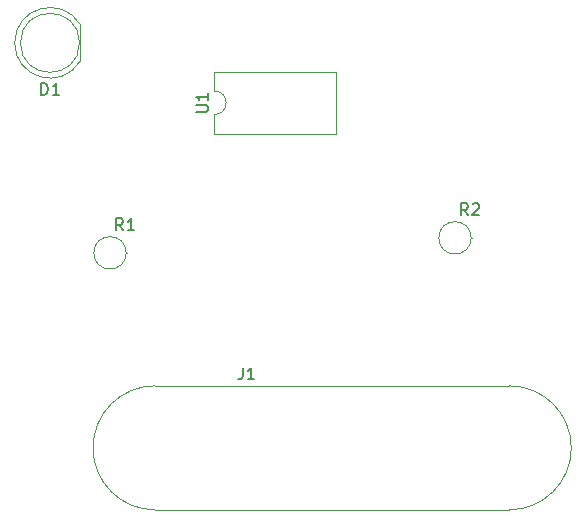
<source format=gbr>
%TF.GenerationSoftware,KiCad,Pcbnew,5.1.6-c6e7f7d~87~ubuntu18.04.1*%
%TF.CreationDate,2020-08-19T22:56:15-04:00*%
%TF.ProjectId,tutorial1,7475746f-7269-4616-9c31-2e6b69636164,rev?*%
%TF.SameCoordinates,Original*%
%TF.FileFunction,Legend,Top*%
%TF.FilePolarity,Positive*%
%FSLAX46Y46*%
G04 Gerber Fmt 4.6, Leading zero omitted, Abs format (unit mm)*
G04 Created by KiCad (PCBNEW 5.1.6-c6e7f7d~87~ubuntu18.04.1) date 2020-08-19 22:56:15*
%MOMM*%
%LPD*%
G01*
G04 APERTURE LIST*
%ADD10C,0.120000*%
%ADD11C,0.150000*%
G04 APERTURE END LIST*
D10*
%TO.C,U1*%
X107890000Y-74820000D02*
X107890000Y-76470000D01*
X118170000Y-74820000D02*
X107890000Y-74820000D01*
X118170000Y-80120000D02*
X118170000Y-74820000D01*
X107890000Y-80120000D02*
X118170000Y-80120000D01*
X107890000Y-78470000D02*
X107890000Y-80120000D01*
X107890000Y-76470000D02*
G75*
G02*
X107890000Y-78470000I0J-1000000D01*
G01*
%TO.C,R2*%
X129640000Y-88900000D02*
X129710000Y-88900000D01*
X129640000Y-88900000D02*
G75*
G03*
X129640000Y-88900000I-1370000J0D01*
G01*
%TO.C,R1*%
X100430000Y-90170000D02*
X100500000Y-90170000D01*
X100430000Y-90170000D02*
G75*
G03*
X100430000Y-90170000I-1370000J0D01*
G01*
%TO.C,J1*%
X132870000Y-101430000D02*
X102870000Y-101430000D01*
X102870000Y-111930000D02*
X132870000Y-111930000D01*
X102870000Y-101430000D02*
G75*
G03*
X102870000Y-111930000I0J-5250000D01*
G01*
X132870000Y-111930000D02*
G75*
G03*
X132870000Y-101430000I0J5250000D01*
G01*
%TO.C,D1*%
X96540000Y-73935000D02*
X96540000Y-70845000D01*
X96480000Y-72390000D02*
G75*
G03*
X96480000Y-72390000I-2500000J0D01*
G01*
X90990000Y-72390462D02*
G75*
G02*
X96540000Y-70845170I2990000J462D01*
G01*
X90990000Y-72389538D02*
G75*
G03*
X96540000Y-73934830I2990000J-462D01*
G01*
%TO.C,U1*%
D11*
X106342380Y-78231904D02*
X107151904Y-78231904D01*
X107247142Y-78184285D01*
X107294761Y-78136666D01*
X107342380Y-78041428D01*
X107342380Y-77850952D01*
X107294761Y-77755714D01*
X107247142Y-77708095D01*
X107151904Y-77660476D01*
X106342380Y-77660476D01*
X107342380Y-76660476D02*
X107342380Y-77231904D01*
X107342380Y-76946190D02*
X106342380Y-76946190D01*
X106485238Y-77041428D01*
X106580476Y-77136666D01*
X106628095Y-77231904D01*
%TO.C,R2*%
X129373333Y-86982380D02*
X129040000Y-86506190D01*
X128801904Y-86982380D02*
X128801904Y-85982380D01*
X129182857Y-85982380D01*
X129278095Y-86030000D01*
X129325714Y-86077619D01*
X129373333Y-86172857D01*
X129373333Y-86315714D01*
X129325714Y-86410952D01*
X129278095Y-86458571D01*
X129182857Y-86506190D01*
X128801904Y-86506190D01*
X129754285Y-86077619D02*
X129801904Y-86030000D01*
X129897142Y-85982380D01*
X130135238Y-85982380D01*
X130230476Y-86030000D01*
X130278095Y-86077619D01*
X130325714Y-86172857D01*
X130325714Y-86268095D01*
X130278095Y-86410952D01*
X129706666Y-86982380D01*
X130325714Y-86982380D01*
%TO.C,R1*%
X100163333Y-88252380D02*
X99830000Y-87776190D01*
X99591904Y-88252380D02*
X99591904Y-87252380D01*
X99972857Y-87252380D01*
X100068095Y-87300000D01*
X100115714Y-87347619D01*
X100163333Y-87442857D01*
X100163333Y-87585714D01*
X100115714Y-87680952D01*
X100068095Y-87728571D01*
X99972857Y-87776190D01*
X99591904Y-87776190D01*
X101115714Y-88252380D02*
X100544285Y-88252380D01*
X100830000Y-88252380D02*
X100830000Y-87252380D01*
X100734761Y-87395238D01*
X100639523Y-87490476D01*
X100544285Y-87538095D01*
%TO.C,J1*%
X110286666Y-99882380D02*
X110286666Y-100596666D01*
X110239047Y-100739523D01*
X110143809Y-100834761D01*
X110000952Y-100882380D01*
X109905714Y-100882380D01*
X111286666Y-100882380D02*
X110715238Y-100882380D01*
X111000952Y-100882380D02*
X111000952Y-99882380D01*
X110905714Y-100025238D01*
X110810476Y-100120476D01*
X110715238Y-100168095D01*
%TO.C,D1*%
X93241904Y-76802380D02*
X93241904Y-75802380D01*
X93480000Y-75802380D01*
X93622857Y-75850000D01*
X93718095Y-75945238D01*
X93765714Y-76040476D01*
X93813333Y-76230952D01*
X93813333Y-76373809D01*
X93765714Y-76564285D01*
X93718095Y-76659523D01*
X93622857Y-76754761D01*
X93480000Y-76802380D01*
X93241904Y-76802380D01*
X94765714Y-76802380D02*
X94194285Y-76802380D01*
X94480000Y-76802380D02*
X94480000Y-75802380D01*
X94384761Y-75945238D01*
X94289523Y-76040476D01*
X94194285Y-76088095D01*
%TD*%
M02*

</source>
